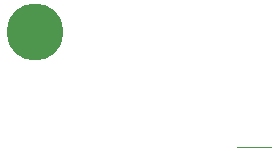
<source format=gbr>
G04 ===== Begin FILE IDENTIFICATION =====*
G04 File Format:  Gerber RS274X*
G04 ===== End FILE IDENTIFICATION =====*
%FSLAX24Y24*%
%MOIN*%
%SFA1.0B1.0*%
%OFA0.0B0.0*%
%ADD14C,0.190000*%
%ADD15C,0.000984*%
%LNhole*%
%IPPOS*%
%LPD*%
G75*
D14*
X36141Y-199D03*
D03*
D15*
G01X44017Y-4040D02*
G01X42856D01*
M02*


</source>
